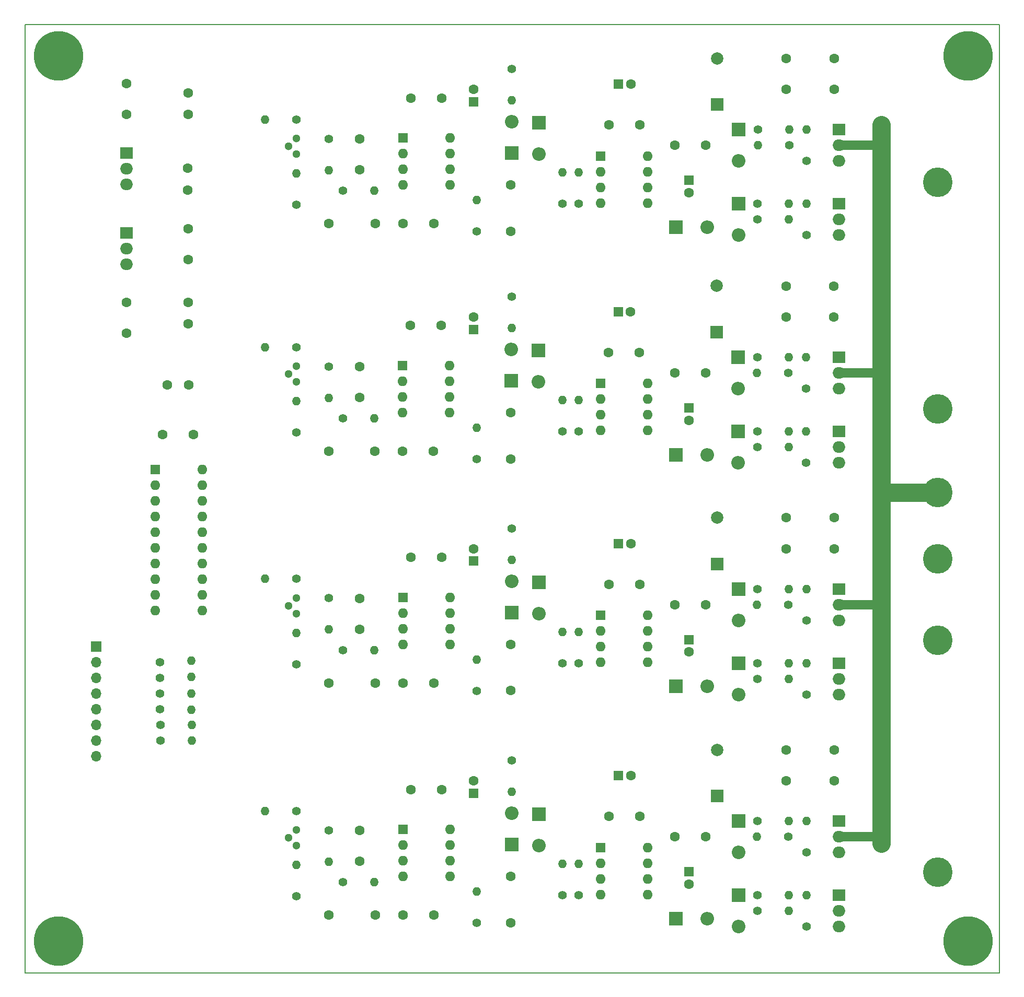
<source format=gbr>
G04 #@! TF.GenerationSoftware,KiCad,Pcbnew,(6.0.11)*
G04 #@! TF.CreationDate,2023-03-10T15:43:48+07:00*
G04 #@! TF.ProjectId,two-phase,74776f2d-7068-4617-9365-2e6b69636164,rev?*
G04 #@! TF.SameCoordinates,Original*
G04 #@! TF.FileFunction,Soldermask,Top*
G04 #@! TF.FilePolarity,Negative*
%FSLAX46Y46*%
G04 Gerber Fmt 4.6, Leading zero omitted, Abs format (unit mm)*
G04 Created by KiCad (PCBNEW (6.0.11)) date 2023-03-10 15:43:48*
%MOMM*%
%LPD*%
G01*
G04 APERTURE LIST*
%ADD10C,3.000000*%
%ADD11C,1.500000*%
G04 #@! TA.AperFunction,Profile*
%ADD12C,0.150000*%
G04 #@! TD*
%ADD13R,2.000000X1.905000*%
%ADD14O,2.000000X1.905000*%
%ADD15C,1.600000*%
%ADD16C,1.400000*%
%ADD17O,1.400000X1.400000*%
%ADD18C,4.800000*%
%ADD19R,2.200000X2.200000*%
%ADD20O,2.200000X2.200000*%
%ADD21R,1.600000X1.600000*%
%ADD22O,1.600000X1.600000*%
%ADD23C,8.000000*%
%ADD24R,2.000000X2.000000*%
%ADD25C,2.000000*%
%ADD26O,1.300000X1.300000*%
%ADD27C,1.300000*%
%ADD28R,1.700000X1.700000*%
%ADD29O,1.700000X1.700000*%
G04 APERTURE END LIST*
D10*
X153600000Y-34000000D02*
X153600000Y-150500000D01*
D11*
X146750000Y-149400000D02*
X153000000Y-149400000D01*
X146750000Y-74200000D02*
X153000000Y-74200000D01*
D10*
X162735000Y-93600000D02*
X153600000Y-93600000D01*
D11*
X146750000Y-111817677D02*
X153000000Y-111817677D01*
X146750000Y-37300000D02*
X153000000Y-37300000D01*
D12*
X14900000Y-171480000D02*
X172720000Y-171480000D01*
X172720000Y-171480000D02*
X172720000Y-17720000D01*
X172720000Y-17720000D02*
X14900000Y-17720000D01*
X14900000Y-17720000D02*
X14900000Y-171480000D01*
D13*
X146735000Y-83700000D03*
D14*
X146735000Y-86240000D03*
X146735000Y-88780000D03*
D15*
X138250000Y-102717677D03*
X138250000Y-97717677D03*
D16*
X133560000Y-161450000D03*
D17*
X138640000Y-161450000D03*
D18*
X162735000Y-104350000D03*
D15*
X109485000Y-108487677D03*
X114485000Y-108487677D03*
X145985000Y-102717677D03*
X145985000Y-97717677D03*
D19*
X120367930Y-125067677D03*
D20*
X125447930Y-125067677D03*
D16*
X58875000Y-121447677D03*
D17*
X58875000Y-116367677D03*
D16*
X101975000Y-83700000D03*
D17*
X101975000Y-78620000D03*
D15*
X93625000Y-51270000D03*
X93625000Y-43770000D03*
D19*
X120342930Y-87490000D03*
D20*
X125422930Y-87490000D03*
D19*
X93725000Y-38622183D03*
D20*
X93725000Y-33542183D03*
D15*
X81125000Y-50020000D03*
X76125000Y-50020000D03*
D21*
X76115000Y-110627677D03*
D22*
X76115000Y-113167677D03*
X76115000Y-115707677D03*
X76115000Y-118247677D03*
X83735000Y-118247677D03*
X83735000Y-115707677D03*
X83735000Y-113167677D03*
X83735000Y-110627677D03*
D23*
X20320000Y-166370000D03*
D16*
X133560000Y-46800000D03*
D17*
X138640000Y-46800000D03*
D15*
X82395000Y-104117677D03*
X77395000Y-104117677D03*
D16*
X58875000Y-145250000D03*
D17*
X53795000Y-145250000D03*
D21*
X122500000Y-117467677D03*
D15*
X122500000Y-119467677D03*
D18*
X162735000Y-93600000D03*
D15*
X145985000Y-140350000D03*
X145985000Y-135350000D03*
X31355000Y-62810000D03*
X31355000Y-67810000D03*
D16*
X102000000Y-46810000D03*
D17*
X102000000Y-41730000D03*
D15*
X69145000Y-41330000D03*
X69145000Y-36330000D03*
D16*
X104625000Y-46810000D03*
D17*
X104625000Y-41730000D03*
D18*
X162735000Y-117600000D03*
D16*
X88125000Y-163410000D03*
D17*
X88125000Y-158330000D03*
D15*
X81125000Y-162120000D03*
X76125000Y-162120000D03*
D16*
X138680000Y-37350000D03*
D17*
X133600000Y-37350000D03*
D19*
X98125000Y-145797818D03*
D20*
X98125000Y-150877818D03*
D15*
X109485000Y-146120000D03*
X114485000Y-146120000D03*
D16*
X66425000Y-156800000D03*
D17*
X71505000Y-156800000D03*
D16*
X141485000Y-39890000D03*
D17*
X141485000Y-34810000D03*
D15*
X31355000Y-32310000D03*
X31355000Y-27310000D03*
D21*
X87625000Y-142370000D03*
D15*
X87625000Y-140370000D03*
D16*
X93725000Y-61850000D03*
D17*
X93725000Y-66930000D03*
D16*
X36800000Y-121140000D03*
D17*
X41880000Y-120900000D03*
D21*
X76090000Y-73050000D03*
D22*
X76090000Y-75590000D03*
X76090000Y-78130000D03*
X76090000Y-80670000D03*
X83710000Y-80670000D03*
X83710000Y-78130000D03*
X83710000Y-75590000D03*
X83710000Y-73050000D03*
D16*
X138560000Y-149450000D03*
D17*
X133480000Y-149450000D03*
D15*
X109460000Y-70910000D03*
X114460000Y-70910000D03*
X145960000Y-65140000D03*
X145960000Y-60140000D03*
D16*
X104600000Y-83700000D03*
D17*
X104600000Y-78620000D03*
D24*
X127000000Y-142820708D03*
D25*
X127000000Y-135320708D03*
D19*
X98125000Y-33697818D03*
D20*
X98125000Y-38777818D03*
D16*
X102000000Y-158910000D03*
D17*
X102000000Y-153830000D03*
D13*
X31355000Y-51560000D03*
D14*
X31355000Y-54100000D03*
X31355000Y-56640000D03*
D19*
X130460000Y-71700000D03*
D20*
X130460000Y-76780000D03*
D19*
X98125000Y-108165495D03*
D20*
X98125000Y-113245495D03*
D21*
X108185000Y-151150000D03*
D22*
X108185000Y-153690000D03*
X108185000Y-156230000D03*
X108185000Y-158770000D03*
X115805000Y-158770000D03*
X115805000Y-156230000D03*
X115805000Y-153690000D03*
X115805000Y-151150000D03*
D15*
X69120000Y-78220000D03*
X69120000Y-73220000D03*
D23*
X167640000Y-166370000D03*
D19*
X130485000Y-146910000D03*
D20*
X130485000Y-151990000D03*
D16*
X104625000Y-158910000D03*
D17*
X104625000Y-153830000D03*
D15*
X71625000Y-50020000D03*
X64125000Y-50020000D03*
X71600000Y-86910000D03*
X64100000Y-86910000D03*
D16*
X93750000Y-99427677D03*
D17*
X93750000Y-104507677D03*
D15*
X82370000Y-66540000D03*
X77370000Y-66540000D03*
D16*
X58875000Y-46980000D03*
D17*
X58875000Y-41900000D03*
D19*
X130485000Y-109277677D03*
D20*
X130485000Y-114357677D03*
D21*
X108185000Y-113517677D03*
D22*
X108185000Y-116057677D03*
X108185000Y-118597677D03*
X108185000Y-121137677D03*
X115805000Y-121137677D03*
X115805000Y-118597677D03*
X115805000Y-116057677D03*
X115805000Y-113517677D03*
D16*
X36800000Y-123680000D03*
D17*
X41880000Y-123500000D03*
D16*
X36800000Y-128760000D03*
D17*
X41880000Y-128800000D03*
D13*
X146760000Y-34810000D03*
D14*
X146760000Y-37350000D03*
X146760000Y-39890000D03*
D15*
X69145000Y-115797677D03*
X69145000Y-110797677D03*
D19*
X98100000Y-70587818D03*
D20*
X98100000Y-75667818D03*
D16*
X36830000Y-131300000D03*
D17*
X41910000Y-131300000D03*
D21*
X87600000Y-67160000D03*
D15*
X87600000Y-65160000D03*
D16*
X58875000Y-159080000D03*
D17*
X58875000Y-154000000D03*
D16*
X141460000Y-76780000D03*
D17*
X141460000Y-71700000D03*
D21*
X87625000Y-30270000D03*
D15*
X87625000Y-28270000D03*
D16*
X133560000Y-71700000D03*
D17*
X138640000Y-71700000D03*
D19*
X130485000Y-158910000D03*
D20*
X130485000Y-163990000D03*
D21*
X122500000Y-43000000D03*
D15*
X122500000Y-45000000D03*
X42200000Y-84200000D03*
X37200000Y-84200000D03*
D16*
X88125000Y-125777677D03*
D17*
X88125000Y-120697677D03*
D16*
X133560000Y-123817677D03*
D17*
X138640000Y-123817677D03*
D21*
X76115000Y-148260000D03*
D22*
X76115000Y-150800000D03*
X76115000Y-153340000D03*
X76115000Y-155880000D03*
X83735000Y-155880000D03*
X83735000Y-153340000D03*
X83735000Y-150800000D03*
X83735000Y-148260000D03*
D15*
X109485000Y-34020000D03*
X114485000Y-34020000D03*
D16*
X64125000Y-36290000D03*
D17*
X64125000Y-41370000D03*
D15*
X93600000Y-88160000D03*
X93600000Y-80660000D03*
D13*
X146760000Y-146910000D03*
D14*
X146760000Y-149450000D03*
X146760000Y-151990000D03*
D18*
X162735000Y-43350000D03*
D16*
X58875000Y-33150000D03*
D17*
X53795000Y-33150000D03*
D15*
X120190112Y-37350000D03*
X125190112Y-37350000D03*
D16*
X141485000Y-163990000D03*
D17*
X141485000Y-158910000D03*
D16*
X133560000Y-146910000D03*
D17*
X138640000Y-146910000D03*
D15*
X93625000Y-163370000D03*
X93625000Y-155870000D03*
D19*
X93725000Y-150722183D03*
D20*
X93725000Y-145642183D03*
D19*
X130460000Y-83700000D03*
D20*
X130460000Y-88780000D03*
D16*
X88125000Y-51310000D03*
D17*
X88125000Y-46230000D03*
D16*
X138560000Y-111817677D03*
D17*
X133480000Y-111817677D03*
D16*
X88100000Y-88200000D03*
D17*
X88100000Y-83120000D03*
D26*
X58875000Y-38770000D03*
D27*
X57605000Y-37500000D03*
X58875000Y-36230000D03*
D15*
X120190112Y-149450000D03*
X125190112Y-149450000D03*
D19*
X93725000Y-113089860D03*
D20*
X93725000Y-108009860D03*
D21*
X76115000Y-36160000D03*
D22*
X76115000Y-38700000D03*
X76115000Y-41240000D03*
X76115000Y-43780000D03*
X83735000Y-43780000D03*
X83735000Y-41240000D03*
X83735000Y-38700000D03*
X83735000Y-36160000D03*
D21*
X111029888Y-27410000D03*
D15*
X113029888Y-27410000D03*
D16*
X66400000Y-81590000D03*
D17*
X71480000Y-81590000D03*
D16*
X64125000Y-148390000D03*
D17*
X64125000Y-153470000D03*
D21*
X122500000Y-155100000D03*
D15*
X122500000Y-157100000D03*
D16*
X133560000Y-121277677D03*
D17*
X138640000Y-121277677D03*
D16*
X133560000Y-49340000D03*
D17*
X138640000Y-49340000D03*
D16*
X133560000Y-109277677D03*
D17*
X138640000Y-109277677D03*
D15*
X82395000Y-141750000D03*
X77395000Y-141750000D03*
D16*
X36800000Y-126220000D03*
D17*
X41880000Y-126220000D03*
D16*
X133560000Y-86240000D03*
D17*
X138640000Y-86240000D03*
D15*
X41355000Y-50840000D03*
X41355000Y-55840000D03*
D23*
X167640000Y-22860000D03*
D13*
X146760000Y-46810000D03*
D14*
X146760000Y-49350000D03*
X146760000Y-51890000D03*
D16*
X93750000Y-137060000D03*
D17*
X93750000Y-142140000D03*
D15*
X120165112Y-74240000D03*
X125165112Y-74240000D03*
D18*
X162735000Y-155200000D03*
D15*
X71625000Y-124487677D03*
X64125000Y-124487677D03*
X41300000Y-44577000D03*
X41300000Y-41077000D03*
D21*
X122475000Y-79890000D03*
D15*
X122475000Y-81890000D03*
D19*
X130485000Y-46810000D03*
D20*
X130485000Y-51890000D03*
D15*
X138250000Y-140350000D03*
X138250000Y-135350000D03*
D21*
X111004888Y-64300000D03*
D15*
X113004888Y-64300000D03*
D19*
X120367930Y-162700000D03*
D20*
X125447930Y-162700000D03*
D16*
X93750000Y-24960000D03*
D17*
X93750000Y-30040000D03*
D19*
X130485000Y-121277677D03*
D20*
X130485000Y-126357677D03*
D19*
X120367930Y-50600000D03*
D20*
X125447930Y-50600000D03*
D15*
X69145000Y-153430000D03*
X69145000Y-148430000D03*
D27*
X58875000Y-150870000D03*
X57605000Y-149600000D03*
X58875000Y-148330000D03*
D23*
X20320000Y-22860000D03*
D13*
X146760000Y-158910000D03*
D14*
X146760000Y-161450000D03*
X146760000Y-163990000D03*
D15*
X82395000Y-29650000D03*
X77395000Y-29650000D03*
X138225000Y-65140000D03*
X138225000Y-60140000D03*
D13*
X146760000Y-109277677D03*
D14*
X146760000Y-111817677D03*
X146760000Y-114357677D03*
D16*
X141485000Y-114357677D03*
D17*
X141485000Y-109277677D03*
D13*
X31355000Y-38560000D03*
D14*
X31355000Y-41100000D03*
X31355000Y-43640000D03*
D15*
X138250000Y-28250000D03*
X138250000Y-23250000D03*
D21*
X108185000Y-39050000D03*
D22*
X108185000Y-41590000D03*
X108185000Y-44130000D03*
X108185000Y-46670000D03*
X115805000Y-46670000D03*
X115805000Y-44130000D03*
X115805000Y-41590000D03*
X115805000Y-39050000D03*
D16*
X58850000Y-83870000D03*
D17*
X58850000Y-78790000D03*
D16*
X141485000Y-151990000D03*
D17*
X141485000Y-146910000D03*
D15*
X71625000Y-162120000D03*
X64125000Y-162120000D03*
D13*
X146760000Y-121277677D03*
D14*
X146760000Y-123817677D03*
X146760000Y-126357677D03*
D16*
X141485000Y-126357677D03*
D17*
X141485000Y-121277677D03*
D16*
X138560000Y-74240000D03*
D17*
X133480000Y-74240000D03*
D16*
X64100000Y-73180000D03*
D17*
X64100000Y-78260000D03*
D13*
X146735000Y-71700000D03*
D14*
X146735000Y-74240000D03*
X146735000Y-76780000D03*
D16*
X66425000Y-44700000D03*
D17*
X71505000Y-44700000D03*
D16*
X102000000Y-121277677D03*
D17*
X102000000Y-116197677D03*
D21*
X108160000Y-75940000D03*
D22*
X108160000Y-78480000D03*
X108160000Y-81020000D03*
X108160000Y-83560000D03*
X115780000Y-83560000D03*
X115780000Y-81020000D03*
X115780000Y-78480000D03*
X115780000Y-75940000D03*
D19*
X93700000Y-75512183D03*
D20*
X93700000Y-70432183D03*
D16*
X104625000Y-121277677D03*
D17*
X104625000Y-116197677D03*
D27*
X58850000Y-75660000D03*
X57580000Y-74390000D03*
X58850000Y-73120000D03*
D15*
X93625000Y-125737677D03*
X93625000Y-118237677D03*
D21*
X87625000Y-104737677D03*
D15*
X87625000Y-102737677D03*
D21*
X36000000Y-89850000D03*
D22*
X36000000Y-92390000D03*
X36000000Y-94930000D03*
X36000000Y-97470000D03*
X36000000Y-100010000D03*
X36000000Y-102550000D03*
X36000000Y-105090000D03*
X36000000Y-107630000D03*
X36000000Y-110170000D03*
X36000000Y-112710000D03*
X43620000Y-112710000D03*
X43620000Y-110170000D03*
X43620000Y-107630000D03*
X43620000Y-105090000D03*
X43620000Y-102550000D03*
X43620000Y-100010000D03*
X43620000Y-97470000D03*
X43620000Y-94930000D03*
X43620000Y-92390000D03*
X43620000Y-89850000D03*
D15*
X41355000Y-32310000D03*
X41355000Y-28810000D03*
D24*
X127000000Y-105188385D03*
D25*
X127000000Y-97688385D03*
D16*
X133560000Y-158910000D03*
D17*
X138640000Y-158910000D03*
D15*
X41450000Y-76200000D03*
X37950000Y-76200000D03*
D16*
X64125000Y-110757677D03*
D17*
X64125000Y-115837677D03*
D18*
X162735000Y-80100000D03*
D16*
X58875000Y-107617677D03*
D17*
X53795000Y-107617677D03*
D16*
X141460000Y-88780000D03*
D17*
X141460000Y-83700000D03*
D15*
X41355000Y-62810000D03*
X41355000Y-66310000D03*
X81100000Y-86910000D03*
X76100000Y-86910000D03*
D24*
X126975000Y-67610708D03*
D25*
X126975000Y-60110708D03*
D16*
X133560000Y-83700000D03*
D17*
X138640000Y-83700000D03*
D16*
X58850000Y-70040000D03*
D17*
X53770000Y-70040000D03*
D16*
X36830000Y-133840000D03*
D17*
X41910000Y-133840000D03*
D15*
X145985000Y-28250000D03*
X145985000Y-23250000D03*
D16*
X66425000Y-119167677D03*
D17*
X71505000Y-119167677D03*
D28*
X26485000Y-118600000D03*
D29*
X26485000Y-121140000D03*
X26485000Y-123680000D03*
X26485000Y-126220000D03*
X26485000Y-128760000D03*
X26485000Y-131300000D03*
X26485000Y-133840000D03*
X26485000Y-136380000D03*
D16*
X133600000Y-34810000D03*
D17*
X138680000Y-34810000D03*
D24*
X127000000Y-30720708D03*
D25*
X127000000Y-23220708D03*
D21*
X111029888Y-101877677D03*
D15*
X113029888Y-101877677D03*
D16*
X141485000Y-51890000D03*
D17*
X141485000Y-46810000D03*
D19*
X130485000Y-34810000D03*
D20*
X130485000Y-39890000D03*
D15*
X120190112Y-111817677D03*
X125190112Y-111817677D03*
D21*
X111029888Y-139510000D03*
D15*
X113029888Y-139510000D03*
D27*
X58875000Y-113237677D03*
X57605000Y-111967677D03*
X58875000Y-110697677D03*
D15*
X81125000Y-124487677D03*
X76125000Y-124487677D03*
M02*

</source>
